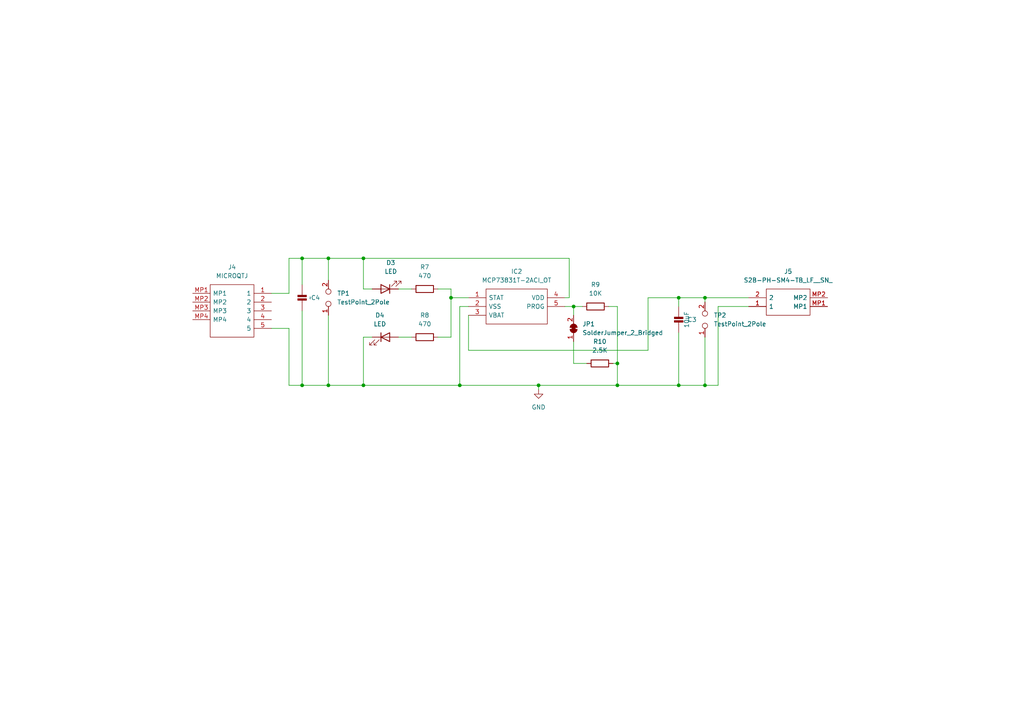
<source format=kicad_sch>
(kicad_sch (version 20230121) (generator eeschema)
  (paper "A4")
  (lib_symbols
    (symbol "Connector:TestPoint_2Pole" (pin_names (offset 0.762) hide)
      (property "Reference" "TP" (at 0 1.524 0))
      (property "Value" "TestPoint_2Pole" (at 0 -1.778 0))
      (symbol "TestPoint_2Pole_0_1"
        (circle (center -1.778 0) (radius 0.762))
        (circle (center 1.778 0) (radius 0.762))
        (pin passive line (at -5.08 0 0) (length 2.54) (name "1") (number "1"))
        (pin passive line (at 5.08 0 180) (length 2.54) (name "2") (number "2"))
      )
    )
    (symbol "Device:LED" (pin_numbers hide) (pin_names (offset 1.016) hide)
      (property "Reference" "D" (at 0 2.54 0))
      (property "Value" "LED" (at 0 -2.54 0))
      (symbol "LED_0_1"
        (polyline (pts (xy -1.27 -1.27) (xy -1.27 1.27)) (stroke (width 0.254)))
        (polyline (pts (xy -1.27 0) (xy 1.27 0)))
        (polyline (pts (xy 1.27 -1.27) (xy 1.27 1.27) (xy -1.27 0) (xy 1.27 -1.27)) (stroke (width 0.254)))
        (polyline (pts (xy -3.048 -0.762) (xy -4.572 -2.286) (xy -3.81 -2.286) (xy -4.572 -2.286) (xy -4.572 -1.524)))
        (polyline (pts (xy -1.778 -0.762) (xy -3.302 -2.286) (xy -2.54 -2.286) (xy -3.302 -2.286) (xy -3.302 -1.524)))
      )
      (symbol "LED_1_1"
        (pin passive line (at -3.81 0 0) (length 2.54) (name "K") (number "1"))
        (pin passive line (at 3.81 0 180) (length 2.54) (name "A") (number "2"))
      )
    )
    (symbol "Device:R" (pin_numbers hide) (pin_names (offset 0))
      (property "Reference" "R" (at 2.032 0 90))
      (property "Value" "R" (at 0 0 90))
      (symbol "R_0_1"
        (rectangle (start -1.016 -2.54) (end 1.016 2.54) (stroke (width 0.254)))
      )
      (symbol "R_1_1"
        (pin passive line (at 0 3.81 270) (length 1.27) (name "~") (number "1"))
        (pin passive line (at 0 -3.81 90) (length 1.27) (name "~") (number "2"))
      )
    )
    (symbol "Jumper:SolderJumper_2_Bridged" (pin_names (offset 0) hide)
      (property "Reference" "JP" (at 0 2.032 0))
      (property "Value" "SolderJumper_2_Bridged" (at 0 -2.54 0))
      (symbol "SolderJumper_2_Bridged_0_1"
        (rectangle (start -0.508 0.508) (end 0.508 -0.508) (fill (type outline)))
        (arc (start -0.254 1.016) (mid -1.2656 0) (end -0.254 -1.016))
        (arc (start -0.254 1.016) (mid -1.2656 0) (end -0.254 -1.016) (fill (type outline)))
        (polyline (pts (xy -0.254 1.016) (xy -0.254 -1.016)))
        (polyline (pts (xy 0.254 1.016) (xy 0.254 -1.016)))
        (arc (start 0.254 -1.016) (mid 1.2656 0) (end 0.254 1.016))
        (arc (start 0.254 -1.016) (mid 1.2656 0) (end 0.254 1.016) (fill (type outline)))
      )
      (symbol "SolderJumper_2_Bridged_1_1"
        (pin passive line (at -3.81 0 0) (length 2.54) (name "A") (number "1"))
        (pin passive line (at 3.81 0 180) (length 2.54) (name "B") (number "2"))
      )
    )
    (symbol "MCP73831T-2ACI_OT:MCP73831T-2ACI_OT" (pin_names (offset 0.762))
      (property "Reference" "IC" (at 24.13 7.62 0))
      (property "Value" "MCP73831T-2ACI_OT" (at 24.13 5.08 0))
      (symbol "MCP73831T-2ACI_OT_0_0"
        (pin passive line (at 0 0 0) (length 5.08) (name "STAT") (number "1"))
        (pin passive line (at 0 -2.54 0) (length 5.08) (name "VSS") (number "2"))
        (pin passive line (at 0 -5.08 0) (length 5.08) (name "VBAT") (number "3"))
        (pin passive line (at 27.94 0 180) (length 5.08) (name "VDD") (number "4"))
        (pin passive line (at 27.94 -2.54 180) (length 5.08) (name "PROG") (number "5"))
      )
      (symbol "MCP73831T-2ACI_OT_0_1"
        (polyline (pts (xy 5.08 2.54) (xy 22.86 2.54) (xy 22.86 -7.62) (xy 5.08 -7.62) (xy 5.08 2.54)) (stroke (width 0.1524)))
      )
    )
    (symbol "MICROQTJ:MICROQTJ" (pin_names (offset 0.762))
      (property "Reference" "J" (at 19.05 7.62 0))
      (property "Value" "MICROQTJ" (at 19.05 5.08 0))
      (symbol "MICROQTJ_0_0"
        (pin passive line (at 0 0 0) (length 5.08) (name "1") (number "1"))
        (pin passive line (at 0 -2.54 0) (length 5.08) (name "2") (number "2"))
        (pin passive line (at 0 -5.08 0) (length 5.08) (name "3") (number "3"))
        (pin passive line (at 0 -7.62 0) (length 5.08) (name "4") (number "4"))
        (pin passive line (at 0 -10.16 0) (length 5.08) (name "5") (number "5"))
        (pin passive line (at 22.86 0 180) (length 5.08) (name "MP1") (number "MP1"))
        (pin passive line (at 22.86 -2.54 180) (length 5.08) (name "MP2") (number "MP2"))
        (pin passive line (at 22.86 -5.08 180) (length 5.08) (name "MP3") (number "MP3"))
        (pin passive line (at 22.86 -7.62 180) (length 5.08) (name "MP4") (number "MP4"))
      )
      (symbol "MICROQTJ_0_1"
        (polyline (pts (xy 5.08 2.54) (xy 17.78 2.54) (xy 17.78 -12.7) (xy 5.08 -12.7) (xy 5.08 2.54)) (stroke (width 0.1524)))
      )
    )
    (symbol "S2B-PH-SM4-TB_LF__SN_:S2B-PH-SM4-TB_LF__SN_" (pin_names (offset 0.762))
      (property "Reference" "J" (at 19.05 7.62 0))
      (property "Value" "S2B-PH-SM4-TB_LF__SN_" (at 19.05 5.08 0))
      (symbol "S2B-PH-SM4-TB_LF__SN__0_0"
        (pin passive line (at 0 -2.54 0) (length 5.08) (name "1") (number "1"))
        (pin passive line (at 0 0 0) (length 5.08) (name "2") (number "2"))
        (pin passive line (at 22.86 -2.54 180) (length 5.08) (name "MP1") (number "MP1"))
        (pin passive line (at 22.86 0 180) (length 5.08) (name "MP2") (number "MP2"))
      )
      (symbol "S2B-PH-SM4-TB_LF__SN__0_1"
        (polyline (pts (xy 5.08 2.54) (xy 17.78 2.54) (xy 17.78 -5.08) (xy 5.08 -5.08) (xy 5.08 2.54)) (stroke (width 0.1524)))
      )
    )
    (symbol "power:GND" (power) (pin_names (offset 0))
      (property "Value" "GND" (at 0 -3.81 0))
      (symbol "GND_0_1"
        (polyline (pts (xy 0 0) (xy 0 -1.27) (xy 1.27 -1.27) (xy 0 -2.54) (xy -1.27 -1.27) (xy 0 -1.27)))
      )
      (symbol "GND_1_1"
        (pin power_in line (at 0 0 270) (length 0) hide (name "GND") (number "1"))
      )
    )
    (symbol "v0_1-eagle-import:CAP_CERAMIC_0603"
      (property "Reference" "C" (at -2.29 1.25 90))
      (symbol "CAP_CERAMIC_0603_1_0"
        (rectangle (start -1.27 0.508) (end 1.27 1.016) (fill (type outline)))
        (rectangle (start -1.27 1.524) (end 1.27 2.032) (fill (type outline)))
        (polyline (pts (xy 0 0.762) (xy 0 0)) (stroke (width 0.1524)))
        (polyline (pts (xy 0 2.54) (xy 0 1.778)) (stroke (width 0.1524)))
        (pin passive line (at 0 5.08 270) (length 2.54) (name "1") (number "1"))
        (pin passive line (at 0 -2.54 90) (length 2.54) (name "2") (number "2"))
      )
    )
  )
  (junction (at 105.41 74.93))
  (junction (at 87.63 74.93))
  (junction (at 105.41 111.76))
  (junction (at 204.47 111.76))
  (junction (at 130.81 86.36))
  (junction (at 196.85 86.36))
  (junction (at 156.21 111.76))
  (junction (at 179.07 111.76))
  (junction (at 87.63 111.76))
  (junction (at 166.37 88.9))
  (junction (at 204.47 86.36))
  (junction (at 179.07 105.41))
  (junction (at 95.25 111.76))
  (junction (at 133.35 111.76))
  (junction (at 95.25 74.93))
  (junction (at 196.85 111.76))
  (wire (pts (xy 166.37 99.06) (xy 166.37 105.41)))
  (wire (pts (xy 208.28 111.76) (xy 204.47 111.76)))
  (wire (pts (xy 87.63 74.93) (xy 87.63 82.55)))
  (wire (pts (xy 87.63 111.76) (xy 95.25 111.76)))
  (wire (pts (xy 156.21 111.76) (xy 156.21 113.03)))
  (wire (pts (xy 83.82 95.25) (xy 83.82 111.76)))
  (wire (pts (xy 208.28 88.9) (xy 208.28 111.76)))
  (wire (pts (xy 165.1 86.36) (xy 163.83 86.36)))
  (wire (pts (xy 130.81 86.36) (xy 135.89 86.36)))
  (wire (pts (xy 196.85 86.36) (xy 196.85 88.9)))
  (wire (pts (xy 196.85 96.52) (xy 196.85 111.76)))
  (wire (pts (xy 217.17 88.9) (xy 208.28 88.9)))
  (wire (pts (xy 78.74 85.09) (xy 83.82 85.09)))
  (wire (pts (xy 196.85 111.76) (xy 204.47 111.76)))
  (wire (pts (xy 130.81 97.79) (xy 130.81 86.36)))
  (wire (pts (xy 95.25 111.76) (xy 105.41 111.76)))
  (wire (pts (xy 95.25 91.44) (xy 95.25 111.76)))
  (wire (pts (xy 78.74 95.25) (xy 83.82 95.25)))
  (wire (pts (xy 95.25 74.93) (xy 105.41 74.93)))
  (wire (pts (xy 133.35 111.76) (xy 156.21 111.76)))
  (wire (pts (xy 135.89 101.6) (xy 187.96 101.6)))
  (wire (pts (xy 177.8 105.41) (xy 179.07 105.41)))
  (wire (pts (xy 187.96 101.6) (xy 187.96 86.36)))
  (wire (pts (xy 133.35 88.9) (xy 133.35 111.76)))
  (wire (pts (xy 105.41 111.76) (xy 133.35 111.76)))
  (wire (pts (xy 179.07 105.41) (xy 179.07 111.76)))
  (wire (pts (xy 105.41 74.93) (xy 165.1 74.93)))
  (wire (pts (xy 115.57 83.82) (xy 119.38 83.82)))
  (wire (pts (xy 196.85 86.36) (xy 204.47 86.36)))
  (wire (pts (xy 179.07 88.9) (xy 179.07 105.41)))
  (wire (pts (xy 107.95 97.79) (xy 105.41 97.79)))
  (wire (pts (xy 135.89 88.9) (xy 133.35 88.9)))
  (wire (pts (xy 135.89 91.44) (xy 135.89 101.6)))
  (wire (pts (xy 87.63 90.17) (xy 87.63 111.76)))
  (wire (pts (xy 105.41 97.79) (xy 105.41 111.76)))
  (wire (pts (xy 163.83 88.9) (xy 166.37 88.9)))
  (wire (pts (xy 176.53 88.9) (xy 179.07 88.9)))
  (wire (pts (xy 196.85 111.76) (xy 179.07 111.76)))
  (wire (pts (xy 204.47 86.36) (xy 217.17 86.36)))
  (wire (pts (xy 87.63 74.93) (xy 95.25 74.93)))
  (wire (pts (xy 127 83.82) (xy 130.81 83.82)))
  (wire (pts (xy 115.57 97.79) (xy 119.38 97.79)))
  (wire (pts (xy 107.95 83.82) (xy 105.41 83.82)))
  (wire (pts (xy 204.47 86.36) (xy 204.47 87.63)))
  (wire (pts (xy 83.82 74.93) (xy 87.63 74.93)))
  (wire (pts (xy 165.1 74.93) (xy 165.1 86.36)))
  (wire (pts (xy 130.81 83.82) (xy 130.81 86.36)))
  (wire (pts (xy 95.25 74.93) (xy 95.25 81.28)))
  (wire (pts (xy 105.41 83.82) (xy 105.41 74.93)))
  (wire (pts (xy 127 97.79) (xy 130.81 97.79)))
  (wire (pts (xy 204.47 97.79) (xy 204.47 111.76)))
  (wire (pts (xy 83.82 85.09) (xy 83.82 74.93)))
  (wire (pts (xy 166.37 88.9) (xy 168.91 88.9)))
  (wire (pts (xy 83.82 111.76) (xy 87.63 111.76)))
  (wire (pts (xy 166.37 105.41) (xy 170.18 105.41)))
  (wire (pts (xy 187.96 86.36) (xy 196.85 86.36)))
  (wire (pts (xy 166.37 88.9) (xy 166.37 91.44)))
  (wire (pts (xy 179.07 111.76) (xy 156.21 111.76)))
  (symbol (lib_id "Device:R") (at 123.19 83.82 90) (unit 1)
    (property "Reference" "R7" (at 123.19 77.47 90))
    (property "Value" "470" (at 123.19 80.01 90))
  )
  (symbol (lib_id "power:GND") (at 156.21 113.03 0) (unit 1)
    (property "Reference" "#PWR03" (effects hide))
    (property "Value" "GND" (at 156.21 118.11 0))
  )
  (symbol (lib_id "Device:R") (at 173.99 105.41 90) (unit 1)
    (property "Reference" "R10" (at 173.99 99.06 90))
    (property "Value" "2.5K" (at 173.99 101.6 90))
  )
  (symbol (lib_id "Jumper:SolderJumper_2_Bridged") (at 166.37 95.25 90) (unit 1)
    (property "Reference" "JP1" (at 168.91 93.98 90) (effects (justify right)))
    (property "Value" "SolderJumper_2_Bridged" (at 168.91 96.52 90) (effects (justify right)))
  )
  (symbol (lib_id "Connector:TestPoint_2Pole") (at 204.47 92.71 90) (unit 1)
    (property "Reference" "TP2" (at 207.01 91.44 90) (effects (justify right)))
    (property "Value" "TestPoint_2Pole" (at 207.01 93.98 90) (effects (justify right)))
  )
  (symbol (lib_id "Connector:TestPoint_2Pole") (at 95.25 86.36 90) (unit 1)
    (property "Reference" "TP1" (at 97.79 85.09 90) (effects (justify right)))
    (property "Value" "TestPoint_2Pole" (at 97.79 87.63 90) (effects (justify right)))
  )
  (symbol (lib_id "Device:LED") (at 111.76 97.79 0) (unit 1)
    (property "Reference" "D4" (at 110.1725 91.44 0))
    (property "Value" "LED" (at 110.1725 93.98 0))
  )
  (symbol (lib_id "MCP73831T-2ACI_OT:MCP73831T-2ACI_OT") (at 135.89 86.36 0) (unit 1)
    (property "Reference" "IC2" (at 149.86 78.74 0))
    (property "Value" "MCP73831T-2ACI_OT" (at 149.86 81.28 0))
    (property "Footprint" "MCP73831T_2ACIOT:SOT95P270X145-5N" (effects hide))
    (property "Datasheet" "http://ww1.microchip.com/downloads/en/DeviceDoc/20001984g.pdf" (effects hide))
    (property "Description" "Li-Ion Charge Controller 4.2V SOT23-5" (effects hide))
    (property "Height" "1.45" (effects hide))
    (property "Manufacturer_Name" "Microchip" (effects hide))
    (property "Manufacturer_Part_Number" "MCP73831T-2ACI/OT" (effects hide))
    (property "Mouser Part Number" "579-MCP73831T-2ACIOT" (effects hide))
    (property "Mouser Price/Stock" "https://www.mouser.co.uk/ProductDetail/Microchip-Technology/MCP73831T-2ACI-OT?qs=yUQqVecv4qvbBQBGbHx0Mw%3D%3D" (effects hide))
    (property "Arrow Part Number" "MCP73831T-2ACI/OT" (effects hide))
    (property "Arrow Price/Stock" "https://www.arrow.com/en/products/mcp73831t-2aciot/microchip-technology?region=nac" (effects hide))
  )
  (symbol (lib_id "S2B-PH-SM4-TB_LF__SN_:S2B-PH-SM4-TB_LF__SN_") (at 217.17 86.36 0) (unit 1)
    (property "Reference" "J5" (at 228.6 78.74 0))
    (property "Value" "S2B-PH-SM4-TB_LF__SN_" (at 228.6 81.28 0))
    (property "Footprint" "S2B-PH-SM4-TB(LF)(SN):S2BPHSM4TBLFSN" (effects hide))
    (property "Datasheet" "https://www.jst-mfg.com/product/pdf/eng/ePH.pdf" (effects hide))
    (property "Description" "Conn Shrouded Header (4 Sides) HDR 2 POS 2mm Solder RA Side Entry SMD T/R" (effects hide))
    (property "Height" "6.6" (effects hide))
    (property "Manufacturer_Name" "JST (JAPAN SOLDERLESS TERMINALS)" (effects hide))
    (property "Manufacturer_Part_Number" "S2B-PH-SM4-TB(LF)(SN)" (effects hide))
    (property "Arrow Part Number" "S2B-PH-SM4-TB(LF)(SN)" (effects hide))
    (property "Arrow Price/Stock" "https://www.arrow.com/en/products/s2b-ph-sm4-tb-lf-sn/jst-manufacturing?region=europe" (effects hide))
  )
  (symbol (lib_id "MICROQTJ:MICROQTJ") (at 78.74 85.09 0) (mirror y) (unit 1)
    (property "Reference" "J4" (at 67.31 77.47 0))
    (property "Value" "MICROQTJ" (at 67.31 80.01 0))
    (property "Footprint" "MicroQTJ:MICROQTJ" (effects hide))
    (property "Datasheet" "https://datasheet.lcsc.com/lcsc/1912111437_SHOU-HAN-MicroQTJ_C404968.pdf" (effects hide))
    (property "Description" "USB Connectors SMD RoHS/002" (effects hide))
    (property "Height" "1.91" (effects hide))
    (property "Manufacturer_Name" "Shou Han" (effects hide))
    (property "Manufacturer_Part_Number" "MICROQTJ" (effects hide))
  )
  (symbol (lib_id "Device:R") (at 172.72 88.9 90) (unit 1)
    (property "Reference" "R9" (at 172.72 82.55 90))
    (property "Value" "10K" (at 172.72 85.09 90))
  )
  (symbol (lib_id "v0_1-eagle-import:CAP_CERAMIC_0603") (at 87.63 87.63 0) (unit 1)
    (property "Reference" "C4" (at 90.17 86.36 0) (effects (justify left)))
    (property "Value" "~" (at 89.93 86.38 90))
    (property "Footprint" "v0_1:_0603" (effects hide))
  )
  (symbol (lib_id "Device:LED") (at 111.76 83.82 180) (unit 1)
    (property "Reference" "D3" (at 113.3475 76.2 0))
    (property "Value" "LED" (at 113.3475 78.74 0))
  )
  (symbol (lib_id "v0_1-eagle-import:CAP_CERAMIC_0603") (at 196.85 93.98 0) (unit 1)
    (property "Reference" "C3" (at 199.39 92.71 0) (effects (justify left)))
    (property "Value" "10uF" (at 199.15 92.73 90))
    (property "Footprint" "v0_1:_0603" (effects hide))
  )
  (symbol (lib_id "Device:R") (at 123.19 97.79 90) (unit 1)
    (property "Reference" "R8" (at 123.19 91.44 90))
    (property "Value" "470" (at 123.19 93.98 90))
  )
)
</source>
